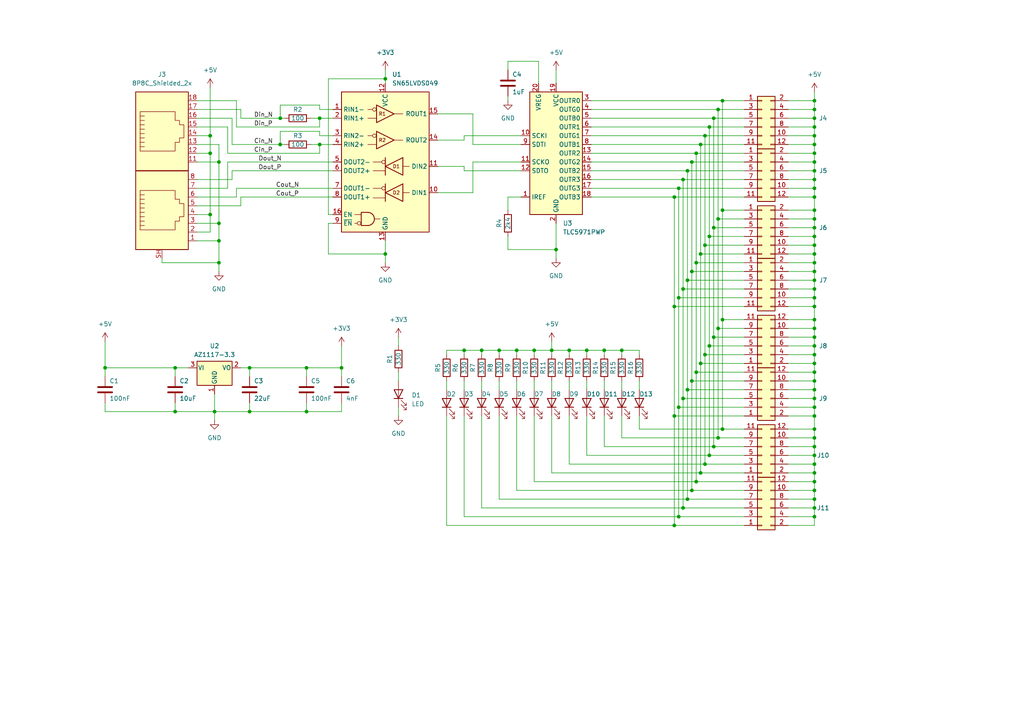
<source format=kicad_sch>
(kicad_sch (version 20230121) (generator eeschema)
  (paper "A4")
  (lib_symbols
    (symbol "Connector_Generic:Conn_02x06_Odd_Even" (pin_names (offset 1.016) hide)
      (property "Reference" "J" (at 1.27 7.62 0))
      (property "Value" "Conn_02x06_Odd_Even" (at 1.27 -10.16 0))
      (symbol "Conn_02x06_Odd_Even_1_1"
        (rectangle (start -1.27 -7.493) (end 0 -7.747) (stroke (width 0.1524)))
        (rectangle (start -1.27 -4.953) (end 0 -5.207) (stroke (width 0.1524)))
        (rectangle (start -1.27 -2.413) (end 0 -2.667) (stroke (width 0.1524)))
        (rectangle (start -1.27 0.127) (end 0 -0.127) (stroke (width 0.1524)))
        (rectangle (start -1.27 2.667) (end 0 2.413) (stroke (width 0.1524)))
        (rectangle (start -1.27 5.207) (end 0 4.953) (stroke (width 0.1524)))
        (rectangle (start -1.27 6.35) (end 3.81 -8.89) (stroke (width 0.254)) (fill (type background)))
        (rectangle (start 3.81 -7.493) (end 2.54 -7.747) (stroke (width 0.1524)))
        (rectangle (start 3.81 -4.953) (end 2.54 -5.207) (stroke (width 0.1524)))
        (rectangle (start 3.81 -2.413) (end 2.54 -2.667) (stroke (width 0.1524)))
        (rectangle (start 3.81 0.127) (end 2.54 -0.127) (stroke (width 0.1524)))
        (rectangle (start 3.81 2.667) (end 2.54 2.413) (stroke (width 0.1524)))
        (rectangle (start 3.81 5.207) (end 2.54 4.953) (stroke (width 0.1524)))
        (pin passive line (at -5.08 5.08 0) (length 3.81) (name "Pin_1") (number "1"))
        (pin passive line (at 7.62 -5.08 180) (length 3.81) (name "Pin_10") (number "10"))
        (pin passive line (at -5.08 -7.62 0) (length 3.81) (name "Pin_11") (number "11"))
        (pin passive line (at 7.62 -7.62 180) (length 3.81) (name "Pin_12") (number "12"))
        (pin passive line (at 7.62 5.08 180) (length 3.81) (name "Pin_2") (number "2"))
        (pin passive line (at -5.08 2.54 0) (length 3.81) (name "Pin_3") (number "3"))
        (pin passive line (at 7.62 2.54 180) (length 3.81) (name "Pin_4") (number "4"))
        (pin passive line (at -5.08 0 0) (length 3.81) (name "Pin_5") (number "5"))
        (pin passive line (at 7.62 0 180) (length 3.81) (name "Pin_6") (number "6"))
        (pin passive line (at -5.08 -2.54 0) (length 3.81) (name "Pin_7") (number "7"))
        (pin passive line (at 7.62 -2.54 180) (length 3.81) (name "Pin_8") (number "8"))
        (pin passive line (at -5.08 -5.08 0) (length 3.81) (name "Pin_9") (number "9"))
      )
    )
    (symbol "Device:C" (pin_numbers hide) (pin_names (offset 0.254))
      (property "Reference" "C" (at 0.635 2.54 0))
      (property "Value" "C" (at 0.635 -2.54 0))
      (symbol "C_0_1"
        (polyline (pts (xy -2.032 -0.762) (xy 2.032 -0.762)) (stroke (width 0.508)))
        (polyline (pts (xy -2.032 0.762) (xy 2.032 0.762)) (stroke (width 0.508)))
      )
      (symbol "C_1_1"
        (pin passive line (at 0 3.81 270) (length 2.794) (name "~") (number "1"))
        (pin passive line (at 0 -3.81 90) (length 2.794) (name "~") (number "2"))
      )
    )
    (symbol "Device:LED" (pin_numbers hide) (pin_names (offset 1.016) hide)
      (property "Reference" "D" (at 0 2.54 0))
      (property "Value" "LED" (at 0 -2.54 0))
      (symbol "LED_0_1"
        (polyline (pts (xy -1.27 -1.27) (xy -1.27 1.27)) (stroke (width 0.254)))
        (polyline (pts (xy -1.27 0) (xy 1.27 0)))
        (polyline (pts (xy 1.27 -1.27) (xy 1.27 1.27) (xy -1.27 0) (xy 1.27 -1.27)) (stroke (width 0.254)))
        (polyline (pts (xy -3.048 -0.762) (xy -4.572 -2.286) (xy -3.81 -2.286) (xy -4.572 -2.286) (xy -4.572 -1.524)))
        (polyline (pts (xy -1.778 -0.762) (xy -3.302 -2.286) (xy -2.54 -2.286) (xy -3.302 -2.286) (xy -3.302 -1.524)))
      )
      (symbol "LED_1_1"
        (pin passive line (at -3.81 0 0) (length 2.54) (name "K") (number "1"))
        (pin passive line (at 3.81 0 180) (length 2.54) (name "A") (number "2"))
      )
    )
    (symbol "Device:R" (pin_numbers hide) (pin_names (offset 0))
      (property "Reference" "R" (at 2.032 0 90))
      (property "Value" "R" (at 0 0 90))
      (symbol "R_0_1"
        (rectangle (start -1.016 -2.54) (end 1.016 2.54) (stroke (width 0.254)))
      )
      (symbol "R_1_1"
        (pin passive line (at 0 3.81 270) (length 1.27) (name "~") (number "1"))
        (pin passive line (at 0 -3.81 90) (length 1.27) (name "~") (number "2"))
      )
    )
    (symbol "Driver_LED:TLC5971PWP"
      (property "Reference" "U" (at 1.27 19.05 0))
      (property "Value" "TLC5971PWP" (at 1.27 -19.05 0))
      (symbol "TLC5971PWP_0_1"
        (rectangle (start -7.62 17.78) (end 7.62 -17.78) (stroke (width 0.254)) (fill (type background)))
        (pin input line (at -10.16 5.08 0) (length 2.54) (name "SCKI") (number "10"))
        (pin open_collector line (at 10.16 0 180) (length 2.54) (name "OUTR2") (number "13"))
        (pin open_collector line (at 10.16 -2.54 180) (length 2.54) (name "OUTG2") (number "14"))
        (pin open_collector line (at 10.16 -5.08 180) (length 2.54) (name "OUTB2") (number "15"))
        (pin open_collector line (at 10.16 -7.62 180) (length 2.54) (name "OUTR3") (number "16"))
        (pin open_collector line (at 10.16 -10.16 180) (length 2.54) (name "OUTG3") (number "17"))
        (pin open_collector line (at 10.16 -12.7 180) (length 2.54) (name "OUTB3") (number "18"))
        (pin power_in line (at 0 20.32 270) (length 2.54) (name "VCC") (number "19"))
        (pin power_in line (at 0 -20.32 90) (length 2.54) (name "GND") (number "2"))
        (pin passive line (at -5.08 20.32 270) (length 2.54) (name "VREG") (number "20"))
        (pin passive line (at 0 -20.32 90) (length 2.54) hide (name "GND") (number "21"))
        (pin open_collector line (at 10.16 15.24 180) (length 2.54) (name "OUTR0") (number "3"))
        (pin open_collector line (at 10.16 12.7 180) (length 2.54) (name "OUTG0") (number "4"))
        (pin open_collector line (at 10.16 10.16 180) (length 2.54) (name "OUTB0") (number "5"))
        (pin open_collector line (at 10.16 7.62 180) (length 2.54) (name "OUTR1") (number "6"))
        (pin open_collector line (at 10.16 5.08 180) (length 2.54) (name "OUTG1") (number "7"))
        (pin open_collector line (at 10.16 2.54 180) (length 2.54) (name "OUTB1") (number "8"))
        (pin input line (at -10.16 2.54 0) (length 2.54) (name "SDTI") (number "9"))
      )
      (symbol "TLC5971PWP_1_1"
        (pin passive line (at -10.16 -12.7 0) (length 2.54) (name "IREF") (number "1"))
        (pin output line (at -10.16 -2.54 0) (length 2.54) (name "SCKO") (number "11"))
        (pin output line (at -10.16 -5.08 0) (length 2.54) (name "SDTO") (number "12"))
      )
    )
    (symbol "My_New_Library:8P8C_Shielded_2x" (pin_names (offset 1.016))
      (property "Reference" "J" (at -5.08 13.97 0))
      (property "Value" "8P8C_Shielded_2x" (at -2.54 15.24 0))
      (symbol "8P8C_Shielded_2x_0_1"
        (rectangle (start -7.62 12.7) (end 7.62 -10.16) (stroke (width 0.254)) (fill (type background)))
        (polyline (pts (xy -5.08 -18.415) (xy -6.35 -18.415)))
        (polyline (pts (xy -5.08 -17.145) (xy -6.35 -17.145)))
        (polyline (pts (xy -5.08 4.445) (xy -6.35 4.445)))
        (polyline (pts (xy -5.08 5.715) (xy -6.35 5.715)))
        (polyline (pts (xy -6.35 -26.035) (xy -5.08 -26.035) (xy -5.08 -26.035)))
        (polyline (pts (xy -6.35 -24.765) (xy -5.08 -24.765) (xy -5.08 -24.765)))
        (polyline (pts (xy -6.35 -23.495) (xy -5.08 -23.495) (xy -5.08 -23.495)))
        (polyline (pts (xy -6.35 -22.225) (xy -5.08 -22.225) (xy -5.08 -22.225)))
        (polyline (pts (xy -6.35 -20.955) (xy -5.08 -20.955) (xy -5.08 -20.955)))
        (polyline (pts (xy -6.35 -3.175) (xy -5.08 -3.175) (xy -5.08 -3.175)))
        (polyline (pts (xy -6.35 -1.905) (xy -5.08 -1.905) (xy -5.08 -1.905)))
        (polyline (pts (xy -6.35 -0.635) (xy -5.08 -0.635) (xy -5.08 -0.635)))
        (polyline (pts (xy -6.35 0.635) (xy -5.08 0.635) (xy -5.08 0.635)))
        (polyline (pts (xy -6.35 1.905) (xy -5.08 1.905) (xy -5.08 1.905)))
        (polyline (pts (xy -5.08 -19.685) (xy -6.35 -19.685) (xy -6.35 -19.685)))
        (polyline (pts (xy -5.08 3.175) (xy -6.35 3.175) (xy -6.35 3.175)))
        (polyline (pts (xy -6.35 -27.305) (xy -6.35 -15.875) (xy 3.81 -15.875) (xy 3.81 -18.415) (xy 5.08 -18.415) (xy 5.08 -19.685) (xy 6.35 -19.685) (xy 6.35 -23.495) (xy 5.08 -23.495) (xy 5.08 -24.765) (xy 3.81 -24.765) (xy 3.81 -27.305) (xy -6.35 -27.305) (xy -6.35 -27.305)))
        (polyline (pts (xy -6.35 -4.445) (xy -6.35 6.985) (xy 3.81 6.985) (xy 3.81 4.445) (xy 5.08 4.445) (xy 5.08 3.175) (xy 6.35 3.175) (xy 6.35 -0.635) (xy 5.08 -0.635) (xy 5.08 -1.905) (xy 3.81 -1.905) (xy 3.81 -4.445) (xy -6.35 -4.445) (xy -6.35 -4.445)))
        (rectangle (start 7.62 -10.16) (end -7.62 -33.02) (stroke (width 0.254)) (fill (type background)))
      )
      (symbol "8P8C_Shielded_2x_1_1"
        (pin passive line (at 10.16 -30.48 180) (length 2.54) (name "~") (number "1"))
        (pin passive line (at 10.16 -7.62 180) (length 2.54) (name "~") (number "11"))
        (pin passive line (at 10.16 -5.08 180) (length 2.54) (name "~") (number "12"))
        (pin passive line (at 10.16 -2.54 180) (length 2.54) (name "~") (number "13"))
        (pin passive line (at 10.16 0 180) (length 2.54) (name "~") (number "14"))
        (pin passive line (at 10.16 2.54 180) (length 2.54) (name "~") (number "15"))
        (pin passive line (at 10.16 5.08 180) (length 2.54) (name "~") (number "16"))
        (pin passive line (at 10.16 7.62 180) (length 2.54) (name "~") (number "17"))
        (pin passive line (at 10.16 10.16 180) (length 2.54) (name "~") (number "18"))
        (pin passive line (at 10.16 -27.94 180) (length 2.54) (name "~") (number "2"))
        (pin passive line (at 10.16 -25.4 180) (length 2.54) (name "~") (number "3"))
        (pin passive line (at 10.16 -22.86 180) (length 2.54) (name "~") (number "4"))
        (pin passive line (at 10.16 -20.32 180) (length 2.54) (name "~") (number "5"))
        (pin passive line (at 10.16 -17.78 180) (length 2.54) (name "~") (number "6"))
        (pin passive line (at 10.16 -15.24 180) (length 2.54) (name "~") (number "7"))
        (pin passive line (at 10.16 -12.7 180) (length 2.54) (name "~") (number "8"))
        (pin passive line (at 0 -35.56 90) (length 2.54) (name "~") (number "SH"))
      )
    )
    (symbol "My_New_Library:SN65LVDS049"
      (property "Reference" "U" (at -12.7 21.59 0))
      (property "Value" "SN65LVDS049" (at 1.27 21.59 0))
      (symbol "SN65LVDS049_0_1"
        (polyline (pts (xy -3.81 7.62) (xy -5.08 7.62)))
        (polyline (pts (xy -3.81 15.24) (xy -5.08 15.24)))
        (polyline (pts (xy -2.54 5.08) (xy -5.08 5.08)))
        (polyline (pts (xy -2.54 12.7) (xy -5.08 12.7)))
        (polyline (pts (xy 2.54 6.35) (xy 5.08 6.35)))
        (polyline (pts (xy 2.54 13.97) (xy 5.08 13.97)))
      )
      (symbol "SN65LVDS049_1_0"
        (rectangle (start -12.7 20.32) (end 12.7 -20.32) (stroke (width 0.254)) (fill (type background)))
        (circle (center -7.62 -17.78) (radius 0.508))
        (circle (center -3.175 7.62) (radius 0.508))
        (circle (center -3.175 15.24) (radius 0.508))
        (circle (center -0.508 -7.62) (radius 0.508))
        (circle (center -0.508 0) (radius 0.508))
        (polyline (pts (xy -3.556 -2.54) (xy 0 -2.54)))
        (polyline (pts (xy -3.048 -16.51) (xy -1.524 -16.51)))
        (polyline (pts (xy -1.016 -7.62) (xy -3.556 -7.62)))
        (polyline (pts (xy -1.016 0) (xy -3.556 0)))
        (polyline (pts (xy 0 -10.414) (xy -3.556 -10.414)))
        (polyline (pts (xy 0 -6.35) (xy 0 -11.43)) (stroke (width 0.254)))
        (polyline (pts (xy 0 1.27) (xy 0 -3.81)) (stroke (width 0.254)))
        (polyline (pts (xy 5.08 -8.89) (xy 6.985 -8.89)))
        (polyline (pts (xy 5.08 -1.27) (xy 6.985 -1.27)))
        (text "D1" (at 3.175 -1.27 0) (effects (font (size 1.016 1.016))))
        (text "D2" (at 3.175 -8.89 0) (effects (font (size 1.016 1.016))))
        (text "R1" (at -0.889 13.97 0) (effects (font (size 1.016 1.016))))
        (text "R2" (at -0.889 6.35 0) (effects (font (size 1.016 1.016))))
      )
      (symbol "SN65LVDS049_1_1"
        (arc (start -5.08 -18.415) (mid -3.1833 -16.51) (end -5.08 -14.605) (stroke (width 0.254)))
        (polyline (pts (xy -8.89 -17.78) (xy -8.128 -17.78)))
        (polyline (pts (xy -8.89 -15.24) (xy -6.985 -15.24)))
        (polyline (pts (xy -5.08 -14.605) (xy -6.985 -14.605) (xy -6.985 -18.415) (xy -5.08 -18.415)) (stroke (width 0.254)))
        (polyline (pts (xy -2.54 8.89) (xy -2.54 3.81) (xy 2.54 6.35) (xy -2.54 8.89)) (stroke (width 0.254)))
        (polyline (pts (xy -2.54 16.51) (xy -2.54 11.43) (xy 2.54 13.97) (xy -2.54 16.51)) (stroke (width 0.254)))
        (polyline (pts (xy 5.08 -6.35) (xy 5.08 -11.43) (xy 0 -8.89) (xy 5.08 -6.35)) (stroke (width 0.254)))
        (polyline (pts (xy 5.08 1.27) (xy 5.08 -3.81) (xy 0 -1.27) (xy 5.08 1.27)) (stroke (width 0.254)))
        (pin input line (at -15.24 15.24 0) (length 2.54) (name "RIN1-") (number "1"))
        (pin input line (at 15.24 -8.89 180) (length 2.54) (name "DIN1") (number "10"))
        (pin input line (at 15.24 -1.27 180) (length 2.54) (name "DIN2") (number "11"))
        (pin power_in line (at 0 22.86 270) (length 2.54) (name "VCC") (number "12"))
        (pin power_in line (at 0 -22.86 90) (length 2.54) (name "GND") (number "13"))
        (pin output line (at 15.24 6.35 180) (length 2.54) (name "ROUT2") (number "14"))
        (pin output line (at 15.24 13.97 180) (length 2.54) (name "ROUT1") (number "15"))
        (pin input line (at -15.24 -15.24 0) (length 2.54) (name "EN") (number "16"))
        (pin input line (at -15.24 12.7 0) (length 2.54) (name "RIN1+") (number "2"))
        (pin input line (at -15.24 7.62 0) (length 2.54) (name "RIN2-") (number "3"))
        (pin input line (at -15.24 5.08 0) (length 2.54) (name "RIN2+") (number "4"))
        (pin output line (at -15.24 0 0) (length 2.54) (name "DOUT2-") (number "5"))
        (pin output line (at -15.24 -2.54 0) (length 2.54) (name "DOUT2+") (number "6"))
        (pin output line (at -15.24 -7.62 0) (length 2.54) (name "DOUT1-") (number "7"))
        (pin output line (at -15.24 -10.16 0) (length 2.54) (name "DOUT1+") (number "8"))
        (pin input line (at -15.24 -17.78 0) (length 2.54) (name "~{EN}") (number "9"))
      )
    )
    (symbol "Regulator_Linear:AZ1117-3.3" (pin_names (offset 0.254))
      (property "Reference" "U" (at -3.81 3.175 0))
      (property "Value" "AZ1117-3.3" (at 0 3.175 0))
      (symbol "AZ1117-3.3_0_1"
        (rectangle (start -5.08 1.905) (end 5.08 -5.08) (stroke (width 0.254)) (fill (type background)))
      )
      (symbol "AZ1117-3.3_1_1"
        (pin power_in line (at 0 -7.62 90) (length 2.54) (name "GND") (number "1"))
        (pin power_out line (at 7.62 0 180) (length 2.54) (name "VO") (number "2"))
        (pin power_in line (at -7.62 0 0) (length 2.54) (name "VI") (number "3"))
      )
    )
    (symbol "power:+3V3" (power) (pin_names (offset 0))
      (property "Value" "+3V3" (at 0 3.556 0))
      (symbol "+3V3_0_1"
        (polyline (pts (xy -0.762 1.27) (xy 0 2.54)))
        (polyline (pts (xy 0 0) (xy 0 2.54)))
        (polyline (pts (xy 0 2.54) (xy 0.762 1.27)))
      )
      (symbol "+3V3_1_1"
        (pin power_in line (at 0 0 90) (length 0) hide (name "+3V3") (number "1"))
      )
    )
    (symbol "power:+5V" (power) (pin_names (offset 0))
      (property "Value" "+5V" (at 0 3.556 0))
      (symbol "+5V_0_1"
        (polyline (pts (xy -0.762 1.27) (xy 0 2.54)))
        (polyline (pts (xy 0 0) (xy 0 2.54)))
        (polyline (pts (xy 0 2.54) (xy 0.762 1.27)))
      )
      (symbol "+5V_1_1"
        (pin power_in line (at 0 0 90) (length 0) hide (name "+5V") (number "1"))
      )
    )
    (symbol "power:GND" (power) (pin_names (offset 0))
      (property "Value" "GND" (at 0 -3.81 0))
      (symbol "GND_0_1"
        (polyline (pts (xy 0 0) (xy 0 -1.27) (xy 1.27 -1.27) (xy 0 -2.54) (xy -1.27 -1.27) (xy 0 -1.27)))
      )
      (symbol "GND_1_1"
        (pin power_in line (at 0 0 270) (length 0) hide (name "GND") (number "1"))
      )
    )
  )
  (junction (at 139.7 101.6))
  (junction (at 60.96 44.45))
  (junction (at 63.5 69.85))
  (junction (at 236.22 88.9))
  (junction (at 236.22 142.24))
  (junction (at 175.26 101.6))
  (junction (at 236.22 44.45))
  (junction (at 236.22 54.61))
  (junction (at 236.22 147.32))
  (junction (at 236.22 36.83))
  (junction (at 92.71 41.91))
  (junction (at 204.47 39.37))
  (junction (at 236.22 39.37))
  (junction (at 195.58 152.4))
  (junction (at 50.8 106.68))
  (junction (at 72.39 106.68))
  (junction (at 236.22 113.03))
  (junction (at 111.76 73.66))
  (junction (at 209.55 124.46))
  (junction (at 236.22 110.49))
  (junction (at 88.9 119.38))
  (junction (at 236.22 129.54))
  (junction (at 161.29 72.39))
  (junction (at 236.22 137.16))
  (junction (at 60.96 39.37))
  (junction (at 50.8 119.38))
  (junction (at 208.28 95.25))
  (junction (at 236.22 105.41))
  (junction (at 205.74 36.83))
  (junction (at 60.96 62.23))
  (junction (at 236.22 63.5))
  (junction (at 236.22 49.53))
  (junction (at 236.22 100.33))
  (junction (at 196.85 86.36))
  (junction (at 201.93 44.45))
  (junction (at 198.12 83.82))
  (junction (at 236.22 29.21))
  (junction (at 236.22 78.74))
  (junction (at 236.22 115.57))
  (junction (at 236.22 52.07))
  (junction (at 236.22 144.78))
  (junction (at 207.01 97.79))
  (junction (at 236.22 60.96))
  (junction (at 236.22 95.25))
  (junction (at 236.22 149.86))
  (junction (at 236.22 66.04))
  (junction (at 207.01 34.29))
  (junction (at 170.18 101.6))
  (junction (at 209.55 92.71))
  (junction (at 144.78 101.6))
  (junction (at 195.58 120.65))
  (junction (at 63.5 64.77))
  (junction (at 63.5 76.2))
  (junction (at 207.01 66.04))
  (junction (at 236.22 86.36))
  (junction (at 154.94 101.6))
  (junction (at 201.93 76.2))
  (junction (at 236.22 92.71))
  (junction (at 236.22 34.29))
  (junction (at 236.22 73.66))
  (junction (at 203.2 41.91))
  (junction (at 236.22 76.2))
  (junction (at 236.22 41.91))
  (junction (at 236.22 71.12))
  (junction (at 198.12 147.32))
  (junction (at 236.22 68.58))
  (junction (at 199.39 113.03))
  (junction (at 198.12 115.57))
  (junction (at 200.66 46.99))
  (junction (at 236.22 107.95))
  (junction (at 208.28 63.5))
  (junction (at 200.66 78.74))
  (junction (at 62.23 119.38))
  (junction (at 236.22 57.15))
  (junction (at 180.34 101.6))
  (junction (at 99.06 106.68))
  (junction (at 196.85 54.61))
  (junction (at 209.55 29.21))
  (junction (at 203.2 105.41))
  (junction (at 196.85 149.86))
  (junction (at 236.22 97.79))
  (junction (at 81.28 34.29))
  (junction (at 199.39 81.28))
  (junction (at 201.93 139.7))
  (junction (at 201.93 107.95))
  (junction (at 236.22 46.99))
  (junction (at 195.58 88.9))
  (junction (at 111.76 22.86))
  (junction (at 204.47 134.62))
  (junction (at 199.39 144.78))
  (junction (at 199.39 49.53))
  (junction (at 160.02 101.6))
  (junction (at 236.22 118.11))
  (junction (at 236.22 102.87))
  (junction (at 200.66 110.49))
  (junction (at 205.74 132.08))
  (junction (at 195.58 57.15))
  (junction (at 236.22 81.28))
  (junction (at 204.47 102.87))
  (junction (at 149.86 101.6))
  (junction (at 205.74 100.33))
  (junction (at 208.28 31.75))
  (junction (at 203.2 73.66))
  (junction (at 236.22 127))
  (junction (at 236.22 31.75))
  (junction (at 198.12 52.07))
  (junction (at 88.9 106.68))
  (junction (at 165.1 101.6))
  (junction (at 209.55 60.96))
  (junction (at 72.39 119.38))
  (junction (at 92.71 34.29))
  (junction (at 236.22 132.08))
  (junction (at 236.22 124.46))
  (junction (at 134.62 101.6))
  (junction (at 208.28 127))
  (junction (at 204.47 71.12))
  (junction (at 236.22 120.65))
  (junction (at 81.28 41.91))
  (junction (at 207.01 129.54))
  (junction (at 236.22 83.82))
  (junction (at 200.66 142.24))
  (junction (at 236.22 134.62))
  (junction (at 196.85 118.11))
  (junction (at 205.74 68.58))
  (junction (at 203.2 137.16))
  (junction (at 30.48 106.68))
  (junction (at 63.5 46.99))
  (junction (at 236.22 139.7))
  (wire (pts (xy 90.17 34.29) (xy 92.71 34.29)))
  (wire (pts (xy 228.6 132.08) (xy 236.22 132.08)))
  (wire (pts (xy 180.34 101.6) (xy 180.34 102.87)))
  (wire (pts (xy 175.26 129.54) (xy 207.01 129.54)))
  (wire (pts (xy 92.71 34.29) (xy 92.71 36.83)))
  (wire (pts (xy 69.85 57.15) (xy 96.52 57.15)))
  (wire (pts (xy 99.06 119.38) (xy 88.9 119.38)))
  (wire (pts (xy 57.15 41.91) (xy 63.5 41.91)))
  (wire (pts (xy 228.6 49.53) (xy 236.22 49.53)))
  (wire (pts (xy 67.31 49.53) (xy 67.31 52.07)))
  (wire (pts (xy 209.55 92.71) (xy 209.55 124.46)))
  (wire (pts (xy 139.7 101.6) (xy 144.78 101.6)))
  (wire (pts (xy 215.9 142.24) (xy 200.66 142.24)))
  (wire (pts (xy 236.22 142.24) (xy 228.6 142.24)))
  (wire (pts (xy 154.94 139.7) (xy 201.93 139.7)))
  (wire (pts (xy 30.48 106.68) (xy 30.48 109.22)))
  (wire (pts (xy 236.22 29.21) (xy 228.6 29.21)))
  (wire (pts (xy 228.6 102.87) (xy 236.22 102.87)))
  (wire (pts (xy 95.25 22.86) (xy 111.76 22.86)))
  (wire (pts (xy 111.76 20.32) (xy 111.76 22.86)))
  (wire (pts (xy 90.17 41.91) (xy 92.71 41.91)))
  (wire (pts (xy 99.06 106.68) (xy 99.06 109.22)))
  (wire (pts (xy 215.9 66.04) (xy 207.01 66.04)))
  (wire (pts (xy 99.06 106.68) (xy 88.9 106.68)))
  (wire (pts (xy 215.9 152.4) (xy 195.58 152.4)))
  (wire (pts (xy 134.62 101.6) (xy 139.7 101.6)))
  (wire (pts (xy 228.6 105.41) (xy 236.22 105.41)))
  (wire (pts (xy 149.86 110.49) (xy 149.86 113.03)))
  (wire (pts (xy 50.8 116.84) (xy 50.8 119.38)))
  (wire (pts (xy 171.45 54.61) (xy 196.85 54.61)))
  (wire (pts (xy 115.57 107.95) (xy 115.57 110.49)))
  (wire (pts (xy 161.29 20.32) (xy 161.29 24.13)))
  (wire (pts (xy 175.26 101.6) (xy 180.34 101.6)))
  (wire (pts (xy 236.22 127) (xy 236.22 124.46)))
  (wire (pts (xy 175.26 101.6) (xy 175.26 102.87)))
  (wire (pts (xy 236.22 46.99) (xy 236.22 44.45)))
  (wire (pts (xy 236.22 113.03) (xy 236.22 110.49)))
  (wire (pts (xy 236.22 149.86) (xy 236.22 152.4)))
  (wire (pts (xy 149.86 142.24) (xy 200.66 142.24)))
  (wire (pts (xy 81.28 41.91) (xy 82.55 41.91)))
  (wire (pts (xy 134.62 48.26) (xy 134.62 49.53)))
  (wire (pts (xy 236.22 115.57) (xy 236.22 113.03)))
  (wire (pts (xy 228.6 127) (xy 236.22 127)))
  (wire (pts (xy 198.12 83.82) (xy 198.12 115.57)))
  (wire (pts (xy 236.22 66.04) (xy 228.6 66.04)))
  (wire (pts (xy 30.48 119.38) (xy 50.8 119.38)))
  (wire (pts (xy 215.9 137.16) (xy 203.2 137.16)))
  (wire (pts (xy 46.99 74.93) (xy 46.99 76.2)))
  (wire (pts (xy 236.22 34.29) (xy 228.6 34.29)))
  (wire (pts (xy 205.74 68.58) (xy 205.74 100.33)))
  (wire (pts (xy 92.71 38.1) (xy 92.71 39.37)))
  (wire (pts (xy 236.22 60.96) (xy 236.22 57.15)))
  (wire (pts (xy 215.9 132.08) (xy 205.74 132.08)))
  (wire (pts (xy 144.78 144.78) (xy 199.39 144.78)))
  (wire (pts (xy 196.85 118.11) (xy 196.85 149.86)))
  (wire (pts (xy 215.9 60.96) (xy 209.55 60.96)))
  (wire (pts (xy 236.22 57.15) (xy 236.22 54.61)))
  (wire (pts (xy 228.6 95.25) (xy 236.22 95.25)))
  (wire (pts (xy 144.78 110.49) (xy 144.78 113.03)))
  (wire (pts (xy 196.85 86.36) (xy 196.85 118.11)))
  (wire (pts (xy 236.22 144.78) (xy 236.22 147.32)))
  (wire (pts (xy 236.22 110.49) (xy 236.22 107.95)))
  (wire (pts (xy 171.45 49.53) (xy 199.39 49.53)))
  (wire (pts (xy 170.18 101.6) (xy 170.18 102.87)))
  (wire (pts (xy 205.74 68.58) (xy 205.74 36.83)))
  (wire (pts (xy 95.25 62.23) (xy 95.25 22.86)))
  (wire (pts (xy 236.22 144.78) (xy 228.6 144.78)))
  (wire (pts (xy 228.6 124.46) (xy 236.22 124.46)))
  (wire (pts (xy 139.7 110.49) (xy 139.7 113.03)))
  (wire (pts (xy 147.32 68.58) (xy 147.32 72.39)))
  (wire (pts (xy 200.66 110.49) (xy 200.66 142.24)))
  (wire (pts (xy 228.6 97.79) (xy 236.22 97.79)))
  (wire (pts (xy 129.54 102.87) (xy 129.54 101.6)))
  (wire (pts (xy 215.9 71.12) (xy 204.47 71.12)))
  (wire (pts (xy 236.22 139.7) (xy 228.6 139.7)))
  (wire (pts (xy 67.31 41.91) (xy 81.28 41.91)))
  (wire (pts (xy 228.6 54.61) (xy 236.22 54.61)))
  (wire (pts (xy 236.22 73.66) (xy 236.22 71.12)))
  (wire (pts (xy 57.15 69.85) (xy 63.5 69.85)))
  (wire (pts (xy 215.9 100.33) (xy 205.74 100.33)))
  (wire (pts (xy 236.22 124.46) (xy 236.22 120.65)))
  (wire (pts (xy 156.21 17.78) (xy 147.32 17.78)))
  (wire (pts (xy 236.22 71.12) (xy 236.22 68.58)))
  (wire (pts (xy 129.54 101.6) (xy 134.62 101.6)))
  (wire (pts (xy 57.15 62.23) (xy 60.96 62.23)))
  (wire (pts (xy 147.32 72.39) (xy 161.29 72.39)))
  (wire (pts (xy 215.9 63.5) (xy 208.28 63.5)))
  (wire (pts (xy 137.16 41.91) (xy 151.13 41.91)))
  (wire (pts (xy 149.86 101.6) (xy 149.86 102.87)))
  (wire (pts (xy 205.74 36.83) (xy 215.9 36.83)))
  (wire (pts (xy 63.5 46.99) (xy 63.5 64.77)))
  (wire (pts (xy 236.22 149.86) (xy 228.6 149.86)))
  (wire (pts (xy 215.9 105.41) (xy 203.2 105.41)))
  (wire (pts (xy 139.7 120.65) (xy 139.7 147.32)))
  (wire (pts (xy 195.58 120.65) (xy 195.58 152.4)))
  (wire (pts (xy 30.48 99.06) (xy 30.48 106.68)))
  (wire (pts (xy 92.71 31.75) (xy 96.52 31.75)))
  (wire (pts (xy 63.5 69.85) (xy 63.5 76.2)))
  (wire (pts (xy 236.22 118.11) (xy 228.6 118.11)))
  (wire (pts (xy 57.15 46.99) (xy 63.5 46.99)))
  (wire (pts (xy 81.28 30.48) (xy 92.71 30.48)))
  (wire (pts (xy 236.22 36.83) (xy 236.22 34.29)))
  (wire (pts (xy 204.47 39.37) (xy 215.9 39.37)))
  (wire (pts (xy 99.06 100.33) (xy 99.06 106.68)))
  (wire (pts (xy 215.9 78.74) (xy 200.66 78.74)))
  (wire (pts (xy 72.39 106.68) (xy 72.39 109.22)))
  (wire (pts (xy 171.45 36.83) (xy 205.74 36.83)))
  (wire (pts (xy 165.1 120.65) (xy 165.1 134.62)))
  (wire (pts (xy 62.23 119.38) (xy 62.23 121.92)))
  (wire (pts (xy 57.15 44.45) (xy 60.96 44.45)))
  (wire (pts (xy 67.31 49.53) (xy 96.52 49.53)))
  (wire (pts (xy 236.22 78.74) (xy 236.22 76.2)))
  (wire (pts (xy 236.22 44.45) (xy 236.22 41.91)))
  (wire (pts (xy 236.22 41.91) (xy 236.22 39.37)))
  (wire (pts (xy 236.22 137.16) (xy 236.22 139.7)))
  (wire (pts (xy 209.55 60.96) (xy 209.55 92.71)))
  (wire (pts (xy 236.22 31.75) (xy 236.22 29.21)))
  (wire (pts (xy 66.04 36.83) (xy 66.04 44.45)))
  (wire (pts (xy 215.9 118.11) (xy 196.85 118.11)))
  (wire (pts (xy 151.13 57.15) (xy 147.32 57.15)))
  (wire (pts (xy 236.22 26.67) (xy 236.22 29.21)))
  (wire (pts (xy 185.42 101.6) (xy 185.42 102.87)))
  (wire (pts (xy 208.28 31.75) (xy 215.9 31.75)))
  (wire (pts (xy 215.9 110.49) (xy 200.66 110.49)))
  (wire (pts (xy 92.71 30.48) (xy 92.71 31.75)))
  (wire (pts (xy 147.32 27.94) (xy 147.32 29.21)))
  (wire (pts (xy 68.58 29.21) (xy 68.58 36.83)))
  (wire (pts (xy 236.22 39.37) (xy 228.6 39.37)))
  (wire (pts (xy 228.6 86.36) (xy 236.22 86.36)))
  (wire (pts (xy 228.6 76.2) (xy 236.22 76.2)))
  (wire (pts (xy 236.22 107.95) (xy 228.6 107.95)))
  (wire (pts (xy 57.15 54.61) (xy 66.04 54.61)))
  (wire (pts (xy 72.39 106.68) (xy 69.85 106.68)))
  (wire (pts (xy 236.22 132.08) (xy 236.22 129.54)))
  (wire (pts (xy 215.9 120.65) (xy 195.58 120.65)))
  (wire (pts (xy 154.94 101.6) (xy 154.94 102.87)))
  (wire (pts (xy 111.76 22.86) (xy 111.76 24.13)))
  (wire (pts (xy 236.22 110.49) (xy 228.6 110.49)))
  (wire (pts (xy 236.22 71.12) (xy 228.6 71.12)))
  (wire (pts (xy 228.6 52.07) (xy 236.22 52.07)))
  (wire (pts (xy 115.57 97.79) (xy 115.57 100.33)))
  (wire (pts (xy 236.22 63.5) (xy 236.22 60.96)))
  (wire (pts (xy 161.29 64.77) (xy 161.29 72.39)))
  (wire (pts (xy 215.9 115.57) (xy 198.12 115.57)))
  (wire (pts (xy 154.94 101.6) (xy 160.02 101.6)))
  (wire (pts (xy 208.28 95.25) (xy 208.28 127)))
  (wire (pts (xy 204.47 71.12) (xy 204.47 102.87)))
  (wire (pts (xy 175.26 120.65) (xy 175.26 129.54)))
  (wire (pts (xy 236.22 88.9) (xy 236.22 92.71)))
  (wire (pts (xy 127 48.26) (xy 134.62 48.26)))
  (wire (pts (xy 236.22 95.25) (xy 236.22 92.71)))
  (wire (pts (xy 203.2 41.91) (xy 215.9 41.91)))
  (wire (pts (xy 215.9 81.28) (xy 199.39 81.28)))
  (wire (pts (xy 30.48 116.84) (xy 30.48 119.38)))
  (wire (pts (xy 236.22 139.7) (xy 236.22 142.24)))
  (wire (pts (xy 134.62 101.6) (xy 134.62 102.87)))
  (wire (pts (xy 236.22 34.29) (xy 236.22 31.75)))
  (wire (pts (xy 236.22 49.53) (xy 236.22 46.99)))
  (wire (pts (xy 88.9 119.38) (xy 72.39 119.38)))
  (wire (pts (xy 236.22 97.79) (xy 236.22 95.25)))
  (wire (pts (xy 147.32 17.78) (xy 147.32 20.32)))
  (wire (pts (xy 200.66 78.74) (xy 200.66 110.49)))
  (wire (pts (xy 236.22 118.11) (xy 236.22 115.57)))
  (wire (pts (xy 171.45 41.91) (xy 203.2 41.91)))
  (wire (pts (xy 228.6 88.9) (xy 236.22 88.9)))
  (wire (pts (xy 81.28 34.29) (xy 81.28 30.48)))
  (wire (pts (xy 171.45 44.45) (xy 201.93 44.45)))
  (wire (pts (xy 180.34 110.49) (xy 180.34 113.03)))
  (wire (pts (xy 236.22 142.24) (xy 236.22 144.78)))
  (wire (pts (xy 215.9 92.71) (xy 209.55 92.71)))
  (wire (pts (xy 139.7 147.32) (xy 198.12 147.32)))
  (wire (pts (xy 160.02 120.65) (xy 160.02 137.16)))
  (wire (pts (xy 57.15 57.15) (xy 68.58 57.15)))
  (wire (pts (xy 111.76 73.66) (xy 111.76 76.2)))
  (wire (pts (xy 236.22 68.58) (xy 236.22 66.04)))
  (wire (pts (xy 171.45 34.29) (xy 207.01 34.29)))
  (wire (pts (xy 200.66 78.74) (xy 200.66 46.99)))
  (wire (pts (xy 115.57 118.11) (xy 115.57 120.65)))
  (wire (pts (xy 46.99 76.2) (xy 63.5 76.2)))
  (wire (pts (xy 139.7 101.6) (xy 139.7 102.87)))
  (wire (pts (xy 215.9 127) (xy 208.28 127)))
  (wire (pts (xy 215.9 76.2) (xy 201.93 76.2)))
  (wire (pts (xy 180.34 120.65) (xy 180.34 127)))
  (wire (pts (xy 236.22 76.2) (xy 236.22 73.66)))
  (wire (pts (xy 201.93 44.45) (xy 215.9 44.45)))
  (wire (pts (xy 228.6 134.62) (xy 236.22 134.62)))
  (wire (pts (xy 66.04 44.45) (xy 92.71 44.45)))
  (wire (pts (xy 196.85 54.61) (xy 215.9 54.61)))
  (wire (pts (xy 151.13 46.99) (xy 137.16 46.99)))
  (wire (pts (xy 228.6 57.15) (xy 236.22 57.15)))
  (wire (pts (xy 60.96 25.4) (xy 60.96 39.37)))
  (wire (pts (xy 209.55 29.21) (xy 215.9 29.21)))
  (wire (pts (xy 195.58 57.15) (xy 215.9 57.15)))
  (wire (pts (xy 215.9 68.58) (xy 205.74 68.58)))
  (wire (pts (xy 236.22 129.54) (xy 236.22 127)))
  (wire (pts (xy 99.06 116.84) (xy 99.06 119.38)))
  (wire (pts (xy 180.34 101.6) (xy 185.42 101.6)))
  (wire (pts (xy 63.5 76.2) (xy 63.5 78.74)))
  (wire (pts (xy 228.6 152.4) (xy 236.22 152.4)))
  (wire (pts (xy 236.22 134.62) (xy 236.22 132.08)))
  (wire (pts (xy 160.02 101.6) (xy 160.02 102.87)))
  (wire (pts (xy 170.18 132.08) (xy 205.74 132.08)))
  (wire (pts (xy 199.39 49.53) (xy 215.9 49.53)))
  (wire (pts (xy 185.42 120.65) (xy 185.42 124.46)))
  (wire (pts (xy 144.78 101.6) (xy 149.86 101.6)))
  (wire (pts (xy 209.55 60.96) (xy 209.55 29.21)))
  (wire (pts (xy 72.39 119.38) (xy 62.23 119.38)))
  (wire (pts (xy 160.02 137.16) (xy 203.2 137.16)))
  (wire (pts (xy 57.15 29.21) (xy 68.58 29.21)))
  (wire (pts (xy 67.31 34.29) (xy 67.31 41.91)))
  (wire (pts (xy 228.6 46.99) (xy 236.22 46.99)))
  (wire (pts (xy 215.9 88.9) (xy 195.58 88.9)))
  (wire (pts (xy 228.6 83.82) (xy 236.22 83.82)))
  (wire (pts (xy 95.25 64.77) (xy 95.25 73.66)))
  (wire (pts (xy 165.1 101.6) (xy 170.18 101.6)))
  (wire (pts (xy 236.22 147.32) (xy 236.22 149.86)))
  (wire (pts (xy 57.15 39.37) (xy 60.96 39.37)))
  (wire (pts (xy 92.71 34.29) (xy 96.52 34.29)))
  (wire (pts (xy 215.9 124.46) (xy 209.55 124.46)))
  (wire (pts (xy 50.8 106.68) (xy 54.61 106.68)))
  (wire (pts (xy 160.02 101.6) (xy 165.1 101.6)))
  (wire (pts (xy 60.96 62.23) (xy 60.96 44.45)))
  (wire (pts (xy 137.16 33.02) (xy 137.16 41.91)))
  (wire (pts (xy 201.93 76.2) (xy 201.93 107.95)))
  (wire (pts (xy 134.62 110.49) (xy 134.62 113.03)))
  (wire (pts (xy 160.02 110.49) (xy 160.02 113.03)))
  (wire (pts (xy 154.94 120.65) (xy 154.94 139.7)))
  (wire (pts (xy 161.29 72.39) (xy 161.29 74.93)))
  (wire (pts (xy 170.18 120.65) (xy 170.18 132.08)))
  (wire (pts (xy 175.26 110.49) (xy 175.26 113.03)))
  (wire (pts (xy 147.32 57.15) (xy 147.32 60.96)))
  (wire (pts (xy 92.71 39.37) (xy 96.52 39.37)))
  (wire (pts (xy 215.9 144.78) (xy 199.39 144.78)))
  (wire (pts (xy 96.52 64.77) (xy 95.25 64.77)))
  (wire (pts (xy 127 40.64) (xy 134.62 40.64)))
  (wire (pts (xy 171.45 57.15) (xy 195.58 57.15)))
  (wire (pts (xy 228.6 129.54) (xy 236.22 129.54)))
  (wire (pts (xy 68.58 54.61) (xy 96.52 54.61)))
  (wire (pts (xy 195.58 88.9) (xy 195.58 57.15)))
  (wire (pts (xy 203.2 105.41) (xy 203.2 137.16)))
  (wire (pts (xy 195.58 88.9) (xy 195.58 120.65)))
  (wire (pts (xy 81.28 34.29) (xy 82.55 34.29)))
  (wire (pts (xy 171.45 46.99) (xy 200.66 46.99)))
  (wire (pts (xy 63.5 41.91) (xy 63.5 46.99)))
  (wire (pts (xy 236.22 73.66) (xy 228.6 73.66)))
  (wire (pts (xy 215.9 107.95) (xy 201.93 107.95)))
  (wire (pts (xy 68.58 57.15) (xy 68.58 54.61)))
  (wire (pts (xy 236.22 31.75) (xy 228.6 31.75)))
  (wire (pts (xy 208.28 63.5) (xy 208.28 31.75)))
  (wire (pts (xy 127 33.02) (xy 137.16 33.02)))
  (wire (pts (xy 171.45 52.07) (xy 198.12 52.07)))
  (wire (pts (xy 149.86 101.6) (xy 154.94 101.6)))
  (wire (pts (xy 129.54 152.4) (xy 195.58 152.4)))
  (wire (pts (xy 57.15 31.75) (xy 69.85 31.75)))
  (wire (pts (xy 236.22 60.96) (xy 228.6 60.96)))
  (wire (pts (xy 228.6 92.71) (xy 236.22 92.71)))
  (wire (pts (xy 215.9 102.87) (xy 204.47 102.87)))
  (wire (pts (xy 236.22 54.61) (xy 236.22 52.07)))
  (wire (pts (xy 200.66 46.99) (xy 215.9 46.99)))
  (wire (pts (xy 236.22 147.32) (xy 228.6 147.32)))
  (wire (pts (xy 236.22 137.16) (xy 236.22 134.62)))
  (wire (pts (xy 66.04 46.99) (xy 66.04 54.61)))
  (wire (pts (xy 236.22 107.95) (xy 236.22 105.41)))
  (wire (pts (xy 236.22 41.91) (xy 228.6 41.91)))
  (wire (pts (xy 60.96 39.37) (xy 60.96 44.45)))
  (wire (pts (xy 236.22 113.03) (xy 228.6 113.03)))
  (wire (pts (xy 236.22 39.37) (xy 236.22 36.83)))
  (wire (pts (xy 198.12 115.57) (xy 198.12 147.32)))
  (wire (pts (xy 134.62 149.86) (xy 196.85 149.86)))
  (wire (pts (xy 199.39 113.03) (xy 199.39 144.78)))
  (wire (pts (xy 215.9 149.86) (xy 196.85 149.86)))
  (wire (pts (xy 215.9 113.03) (xy 199.39 113.03)))
  (wire (pts (xy 92.71 41.91) (xy 92.71 44.45)))
  (wire (pts (xy 215.9 147.32) (xy 198.12 147.32)))
  (wire (pts (xy 165.1 101.6) (xy 165.1 102.87)))
  (wire (pts (xy 68.58 36.83) (xy 92.71 36.83)))
  (wire (pts (xy 228.6 78.74) (xy 236.22 78.74)))
  (wire (pts (xy 60.96 67.31) (xy 60.96 62.23)))
  (wire (pts (xy 198.12 83.82) (xy 198.12 52.07)))
  (wire (pts (xy 201.93 76.2) (xy 201.93 44.45)))
  (wire (pts (xy 160.02 99.06) (xy 160.02 101.6)))
  (wire (pts (xy 149.86 120.65) (xy 149.86 142.24)))
  (wire (pts (xy 156.21 24.13) (xy 156.21 17.78)))
  (wire (pts (xy 171.45 39.37) (xy 204.47 39.37)))
  (wire (pts (xy 57.15 59.69) (xy 69.85 59.69)))
  (wire (pts (xy 95.25 73.66) (xy 111.76 73.66)))
  (wire (pts (xy 228.6 44.45) (xy 236.22 44.45)))
  (wire (pts (xy 57.15 67.31) (xy 60.96 67.31)))
  (wire (pts (xy 236.22 120.65) (xy 228.6 120.65)))
  (wire (pts (xy 151.13 39.37) (xy 134.62 39.37)))
  (wire (pts (xy 63.5 64.77) (xy 63.5 69.85)))
  (wire (pts (xy 171.45 31.75) (xy 208.28 31.75)))
  (wire (pts (xy 203.2 73.66) (xy 203.2 105.41)))
  (wire (pts (xy 201.93 107.95) (xy 201.93 139.7)))
  (wire (pts (xy 215.9 86.36) (xy 196.85 86.36)))
  (wire (pts (xy 236.22 88.9) (xy 236.22 86.36)))
  (wire (pts (xy 208.28 63.5) (xy 208.28 95.25)))
  (wire (pts (xy 134.62 120.65) (xy 134.62 149.86)))
  (wire (pts (xy 92.71 41.91) (xy 96.52 41.91)))
  (wire (pts (xy 215.9 97.79) (xy 207.01 97.79)))
  (wire (pts (xy 81.28 38.1) (xy 92.71 38.1)))
  (wire (pts (xy 88.9 106.68) (xy 72.39 106.68)))
  (wire (pts (xy 228.6 81.28) (xy 236.22 81.28)))
  (wire (pts (xy 165.1 134.62) (xy 204.47 134.62)))
  (wire (pts (xy 154.94 110.49) (xy 154.94 113.03)))
  (wire (pts (xy 88.9 106.68) (xy 88.9 109.22)))
  (wire (pts (xy 236.22 52.07) (xy 236.22 49.53)))
  (wire (pts (xy 137.16 55.88) (xy 127 55.88)))
  (wire (pts (xy 66.04 46.99) (xy 96.52 46.99)))
  (wire (pts (xy 144.78 120.65) (xy 144.78 144.78)))
  (wire (pts (xy 236.22 115.57) (xy 228.6 115.57)))
  (wire (pts (xy 170.18 110.49) (xy 170.18 113.03)))
  (wire (pts (xy 207.01 97.79) (xy 207.01 129.54)))
  (wire (pts (xy 134.62 49.53) (xy 151.13 49.53)))
  (wire (pts (xy 165.1 110.49) (xy 165.1 113.03)))
  (wire (pts (xy 236.22 81.28) (xy 236.22 78.74)))
  (wire (pts (xy 215.9 83.82) (xy 198.12 83.82)))
  (wire (pts (xy 207.01 66.04) (xy 207.01 34.29)))
  (wire (pts (xy 198.12 52.07) (xy 215.9 52.07)))
  (wire (pts (xy 203.2 73.66) (xy 203.2 41.91)))
  (wire (pts (xy 137.16 46.99) (xy 137.16 55.88)))
  (wire (pts (xy 215.9 139.7) (xy 201.93 139.7)))
  (wire (pts (xy 81.28 41.91) (xy 81.28 38.1)))
  (wire (pts (xy 215.9 95.25) (xy 208.28 95.25)))
  (wire (pts (xy 199.39 81.28) (xy 199.39 49.53)))
  (wire (pts (xy 236.22 36.83) (xy 228.6 36.83)))
  (wire (pts (xy 205.74 100.33) (xy 205.74 132.08)))
  (wire (pts (xy 236.22 102.87) (xy 236.22 100.33)))
  (wire (pts (xy 228.6 137.16) (xy 236.22 137.16)))
  (wire (pts (xy 199.39 81.28) (xy 199.39 113.03)))
  (wire (pts (xy 72.39 116.84) (xy 72.39 119.38)))
  (wire (pts (xy 185.42 124.46) (xy 209.55 124.46)))
  (wire (pts (xy 57.15 36.83) (xy 66.04 36.83)))
  (wire (pts (xy 204.47 71.12) (xy 204.47 39.37)))
  (wire (pts (xy 30.48 106.68) (xy 50.8 106.68)))
  (wire (pts (xy 62.23 114.3) (xy 62.23 119.38)))
  (wire (pts (xy 134.62 39.37) (xy 134.62 40.64)))
  (wire (pts (xy 228.6 100.33) (xy 236.22 100.33)))
  (wire (pts (xy 88.9 116.84) (xy 88.9 119.38)))
  (wire (pts (xy 111.76 69.85) (xy 111.76 73.66)))
  (wire (pts (xy 204.47 102.87) (xy 204.47 134.62)))
  (wire (pts (xy 196.85 86.36) (xy 196.85 54.61)))
  (wire (pts (xy 129.54 110.49) (xy 129.54 113.03)))
  (wire (pts (xy 95.25 62.23) (xy 96.52 62.23)))
  (wire (pts (xy 236.22 120.65) (xy 236.22 118.11)))
  (wire (pts (xy 215.9 134.62) (xy 204.47 134.62)))
  (wire (pts (xy 171.45 29.21) (xy 209.55 29.21)))
  (wire (pts (xy 207.01 34.29) (xy 215.9 34.29)))
  (wire (pts (xy 57.15 52.07) (xy 67.31 52.07)))
  (wire (pts (xy 129.54 120.65) (xy 129.54 152.4)))
  (wire (pts (xy 50.8 106.68) (xy 50.8 109.22)))
  (wire (pts (xy 57.15 34.29) (xy 67.31 34.29)))
  (wire (pts (xy 69.85 57.15) (xy 69.85 59.69)))
  (wire (pts (xy 236.22 83.82) (xy 236.22 81.28)))
  (wire (pts (xy 69.85 31.75) (xy 69.85 34.29)))
  (wire (pts (xy 236.22 105.41) (xy 236.22 102.87)))
  (wire (pts (xy 236.22 100.33) (xy 236.22 97.79)))
  (wire (pts (xy 207.01 66.04) (xy 207.01 97.79)))
  (wire (pts (xy 236.22 86.36) (xy 236.22 83.82)))
  (wire (pts (xy 50.8 119.38) (xy 62.23 119.38)))
  (wire (pts (xy 236.22 66.04) (xy 236.22 63.5)))
  (wire (pts (xy 215.9 73.66) (xy 203.2 73.66)))
  (wire (pts (xy 144.78 101.6) (xy 144.78 102.87)))
  (wire (pts (xy 185.42 110.49) (xy 185.42 113.03)))
  (wire (pts (xy 236.22 68.58) (xy 228.6 68.58)))
  (wire (pts (xy 236.22 63.5) (xy 228.6 63.5)))
  (wire (pts (xy 170.18 101.6) (xy 175.26 101.6)))
  (wire (pts (xy 215.9 129.54) (xy 207.01 129.54)))
  (wire (pts (xy 180.34 127) (xy 208.28 127)))
  (wire (pts (xy 57.15 64.77) (xy 63.5 64.77)))
  (wire (pts (xy 69.85 34.29) (xy 81.28 34.29)))
  (label "Dout_N" (at 74.93 46.99 0))
  (label "Din_P" (at 73.66 36.83 0))
  (label "Cout_N" (at 80.01 54.61 0))
  (label "Dout_P" (at 74.93 49.53 0))
  (label "Din_N" (at 73.66 34.29 0))
  (label "Cin_N" (at 73.66 41.91 0))
  (label "Cout_P" (at 80.01 57.15 0))
  (label "Cin_P" (at 73.66 44.45 0))
  (symbol (lib_id "Device:C") (at 72.39 113.03 0) (unit 1)
    (property "Reference" "C3" (at 73.66 110.49 0) (effects (justify left)))
    (property "Value" "22uF" (at 73.66 115.57 0) (effects (justify left)))
    (property "Footprint" "Capacitor_SMD:C_0805_2012Metric" (effects hide))
  )
  (symbol (lib_id "Device:R") (at 149.86 106.68 0) (unit 1)
    (property "Reference" "R9" (at 147.32 106.68 90))
    (property "Value" "330" (at 149.86 106.68 90))
    (property "Footprint" "Resistor_SMD:R_0805_2012Metric" (effects hide))
  )
  (symbol (lib_id "Device:R") (at 147.32 64.77 0) (unit 1)
    (property "Reference" "R4" (at 144.78 64.77 90))
    (property "Value" "2k4" (at 147.32 64.77 90))
    (property "Footprint" "Resistor_SMD:R_0805_2012Metric" (effects hide))
  )
  (symbol (lib_id "Connector_Generic:Conn_02x06_Odd_Even") (at 220.98 66.04 0) (unit 1)
    (property "Reference" "J6" (at 238.76 66.04 0))
    (property "Value" "Conn_02x06_Odd_Even" (effects hide))
    (property "Footprint" "Connector_PinHeader_2.54mm:PinHeader_2x06_P2.54mm_Vertical" (effects hide))
  )
  (symbol (lib_id "power:+3V3") (at 115.57 97.79 0) (unit 1)
    (property "Reference" "#PWR01" (effects hide))
    (property "Value" "+3V3" (at 115.57 92.71 0))
  )
  (symbol (lib_id "power:+3V3") (at 111.76 20.32 0) (unit 1)
    (property "Reference" "#PWR08" (effects hide))
    (property "Value" "+3V3" (at 111.76 15.24 0))
  )
  (symbol (lib_id "Device:R") (at 154.94 106.68 0) (unit 1)
    (property "Reference" "R10" (at 152.4 106.68 90))
    (property "Value" "330" (at 154.94 106.68 90))
    (property "Footprint" "Resistor_SMD:R_0805_2012Metric" (effects hide))
  )
  (symbol (lib_id "Device:R") (at 134.62 106.68 0) (unit 1)
    (property "Reference" "R6" (at 132.08 106.68 90))
    (property "Value" "330" (at 134.62 106.68 90))
    (property "Footprint" "Resistor_SMD:R_0805_2012Metric" (effects hide))
  )
  (symbol (lib_id "power:+5V") (at 161.29 20.32 0) (unit 1)
    (property "Reference" "#PWR013" (effects hide))
    (property "Value" "+5V" (at 161.29 15.24 0))
  )
  (symbol (lib_id "Device:LED") (at 115.57 114.3 90) (unit 1)
    (property "Reference" "D1" (at 119.38 114.6175 90) (effects (justify right)))
    (property "Value" "LED" (at 119.38 117.1575 90) (effects (justify right)))
    (property "Footprint" "LED_SMD:LED_0805_2012Metric" (effects hide))
  )
  (symbol (lib_id "My_New_Library:SN65LVDS049") (at 111.76 46.99 0) (unit 1)
    (property "Reference" "U1" (at 113.7159 21.59 0) (effects (justify left)))
    (property "Value" "SN65LVDS049" (at 113.7159 24.13 0) (effects (justify left)))
    (property "Footprint" "Package_SO:TSSOP-16_4.4x5mm_P0.65mm" (effects hide))
    (property "Datasheet" "http://www.ti.com/lit/ds/symlink/sn65lvds049.pdf" (effects hide))
  )
  (symbol (lib_id "Device:LED") (at 180.34 116.84 90) (unit 1)
    (property "Reference" "D12" (at 180.34 114.3 90) (effects (justify right)))
    (property "Value" "LED" (effects hide))
    (property "Footprint" "LED_SMD:LED_0805_2012Metric" (effects hide))
  )
  (symbol (lib_id "Connector_Generic:Conn_02x06_Odd_Even") (at 220.98 147.32 0) (mirror x) (unit 1)
    (property "Reference" "J11" (at 238.76 147.32 0))
    (property "Value" "Conn_02x06_Odd_Even" (effects hide))
    (property "Footprint" "Connector_PinHeader_2.54mm:PinHeader_2x06_P2.54mm_Vertical" (effects hide))
  )
  (symbol (lib_id "Connector_Generic:Conn_02x06_Odd_Even") (at 220.98 34.29 0) (unit 1)
    (property "Reference" "J4" (at 238.76 34.29 0))
    (property "Value" "Conn_02x06_Odd_Even" (effects hide))
    (property "Footprint" "Connector_PinHeader_2.54mm:PinHeader_2x06_P2.54mm_Vertical" (effects hide))
  )
  (symbol (lib_id "Device:R") (at 180.34 106.68 0) (unit 1)
    (property "Reference" "R15" (at 177.8 106.68 90))
    (property "Value" "330" (at 180.34 106.68 90))
    (property "Footprint" "Resistor_SMD:R_0805_2012Metric" (effects hide))
  )
  (symbol (lib_id "Device:R") (at 139.7 106.68 0) (unit 1)
    (property "Reference" "R7" (at 137.16 106.68 90))
    (property "Value" "330" (at 139.7 106.68 90))
    (property "Footprint" "Resistor_SMD:R_0805_2012Metric" (effects hide))
  )
  (symbol (lib_id "Device:R") (at 160.02 106.68 0) (unit 1)
    (property "Reference" "R11" (at 157.48 106.68 90))
    (property "Value" "330" (at 160.02 106.68 90))
    (property "Footprint" "Resistor_SMD:R_0805_2012Metric" (effects hide))
  )
  (symbol (lib_id "Device:LED") (at 134.62 116.84 90) (unit 1)
    (property "Reference" "D3" (at 134.62 114.3 90) (effects (justify right)))
    (property "Value" "LED" (effects hide))
    (property "Footprint" "LED_SMD:LED_0805_2012Metric" (effects hide))
  )
  (symbol (lib_id "power:+5V") (at 160.02 99.06 0) (unit 1)
    (property "Reference" "#PWR04" (effects hide))
    (property "Value" "+5V" (at 160.02 93.98 0))
  )
  (symbol (lib_id "Connector_Generic:Conn_02x06_Odd_Even") (at 220.98 81.28 0) (unit 1)
    (property "Reference" "J7" (at 238.76 81.28 0))
    (property "Value" "Conn_02x06_Odd_Even" (effects hide))
    (property "Footprint" "Connector_PinHeader_2.54mm:PinHeader_2x06_P2.54mm_Vertical" (effects hide))
  )
  (symbol (lib_id "Connector_Generic:Conn_02x06_Odd_Even") (at 220.98 132.08 0) (mirror x) (unit 1)
    (property "Reference" "J10" (at 238.76 132.08 0))
    (property "Value" "Conn_02x06_Odd_Even" (effects hide))
    (property "Footprint" "Connector_PinHeader_2.54mm:PinHeader_2x06_P2.54mm_Vertical" (effects hide))
  )
  (symbol (lib_id "Device:C") (at 88.9 113.03 0) (unit 1)
    (property "Reference" "C5" (at 90.17 110.49 0) (effects (justify left)))
    (property "Value" "100nF" (at 90.17 115.57 0) (effects (justify left)))
    (property "Footprint" "Capacitor_SMD:C_0805_2012Metric" (effects hide))
  )
  (symbol (lib_id "Device:LED") (at 139.7 116.84 90) (unit 1)
    (property "Reference" "D4" (at 139.7 114.3 90) (effects (justify right)))
    (property "Value" "LED" (effects hide))
    (property "Footprint" "LED_SMD:LED_0805_2012Metric" (effects hide))
  )
  (symbol (lib_id "Device:C") (at 30.48 113.03 0) (unit 1)
    (property "Reference" "C1" (at 31.75 110.49 0) (effects (justify left)))
    (property "Value" "100nF" (at 31.75 115.57 0) (effects (justify left)))
    (property "Footprint" "Capacitor_SMD:C_0805_2012Metric" (effects hide))
  )
  (symbol (lib_id "power:+5V") (at 236.22 26.67 0) (unit 1)
    (property "Reference" "#PWR015" (effects hide))
    (property "Value" "+5V" (at 236.22 21.59 0))
  )
  (symbol (lib_id "power:GND") (at 147.32 29.21 0) (unit 1)
    (property "Reference" "#PWR011" (effects hide))
    (property "Value" "GND" (at 147.32 34.29 0))
  )
  (symbol (lib_id "Regulator_Linear:AZ1117-3.3") (at 62.23 106.68 0) (unit 1)
    (property "Reference" "U2" (at 62.23 100.33 0))
    (property "Value" "AZ1117-3.3" (at 62.23 102.87 0))
    (property "Footprint" "Package_TO_SOT_SMD:SOT-223-3_TabPin2" (effects hide))
    (property "Datasheet" "https://www.diodes.com/assets/Datasheets/AZ1117.pdf" (effects hide))
  )
  (symbol (lib_id "Device:R") (at 115.57 104.14 0) (unit 1)
    (property "Reference" "R1" (at 113.03 104.14 90))
    (property "Value" "330" (at 115.57 104.14 90))
    (property "Footprint" "Resistor_SMD:R_0805_2012Metric" (effects hide))
  )
  (symbol (lib_id "Device:LED") (at 154.94 116.84 90) (unit 1)
    (property "Reference" "D7" (at 154.94 114.3 90) (effects (justify right)))
    (property "Value" "LED" (effects hide))
    (property "Footprint" "LED_SMD:LED_0805_2012Metric" (effects hide))
  )
  (symbol (lib_id "Connector_Generic:Conn_02x06_Odd_Even") (at 220.98 100.33 0) (mirror x) (unit 1)
    (property "Reference" "J8" (at 238.76 100.33 0))
    (property "Value" "Conn_02x06_Odd_Even" (effects hide))
    (property "Footprint" "Connector_PinHeader_2.54mm:PinHeader_2x06_P2.54mm_Vertical" (effects hide))
  )
  (symbol (lib_id "power:GND") (at 63.5 78.74 0) (unit 1)
    (property "Reference" "#PWR05" (effects hide))
    (property "Value" "GND" (at 63.5 83.82 0))
  )
  (symbol (lib_id "Driver_LED:TLC5971PWP") (at 161.29 44.45 0) (unit 1)
    (property "Reference" "U3" (at 163.2459 64.77 0) (effects (justify left)))
    (property "Value" "TLC5971PWP" (at 163.2459 67.31 0) (effects (justify left)))
    (property "Footprint" "Package_SO:HTSSOP-20-1EP_4.4x6.5mm_P0.65mm_EP3.4x6.5mm_Mask2.75x3.43mm_ThermalVias" (effects hide))
    (property "Datasheet" "http://www.ti.com/lit/ds/symlink/tlc5971.pdf" (effects hide))
  )
  (symbol (lib_id "Device:R") (at 175.26 106.68 0) (unit 1)
    (property "Reference" "R14" (at 172.72 106.68 90))
    (property "Value" "330" (at 175.26 106.68 90))
    (property "Footprint" "Resistor_SMD:R_0805_2012Metric" (effects hide))
  )
  (symbol (lib_id "Device:R") (at 86.36 34.29 270) (unit 1)
    (property "Reference" "R2" (at 86.36 31.75 90))
    (property "Value" "100" (at 86.36 34.29 90))
    (property "Footprint" "Resistor_SMD:R_0805_2012Metric" (effects hide))
  )
  (symbol (lib_id "Connector_Generic:Conn_02x06_Odd_Even") (at 220.98 115.57 0) (mirror x) (unit 1)
    (property "Reference" "J9" (at 238.76 115.57 0))
    (property "Value" "Conn_02x06_Odd_Even" (effects hide))
    (property "Footprint" "Connector_PinHeader_2.54mm:PinHeader_2x06_P2.54mm_Vertical" (effects hide))
  )
  (symbol (lib_id "Device:LED") (at 185.42 116.84 90) (unit 1)
    (property "Reference" "D13" (at 185.42 114.3 90) (effects (justify right)))
    (property "Value" "LED" (effects hide))
    (property "Footprint" "LED_SMD:LED_0805_2012Metric" (effects hide))
  )
  (symbol (lib_id "My_New_Library:8P8C_Shielded_2x") (at 46.99 39.37 0) (unit 1)
    (property "Reference" "J3" (at 46.99 21.59 0))
    (property "Value" "8P8C_Shielded_2x" (at 46.99 24.13 0))
    (property "Footprint" "My_Footprints:RJ45_2x" (effects hide))
  )
  (symbol (lib_id "Device:R") (at 170.18 106.68 0) (unit 1)
    (property "Reference" "R13" (at 167.64 106.68 90))
    (property "Value" "330" (at 170.18 106.68 90))
    (property "Footprint" "Resistor_SMD:R_0805_2012Metric" (effects hide))
  )
  (symbol (lib_id "Device:R") (at 86.36 41.91 270) (unit 1)
    (property "Reference" "R3" (at 86.36 39.37 90))
    (property "Value" "100" (at 86.36 41.91 90))
    (property "Footprint" "Resistor_SMD:R_0805_2012Metric" (effects hide))
  )
  (symbol (lib_id "Device:LED") (at 149.86 116.84 90) (unit 1)
    (property "Reference" "D6" (at 149.86 114.3 90) (effects (justify right)))
    (property "Value" "LED" (effects hide))
    (property "Footprint" "LED_SMD:LED_0805_2012Metric" (effects hide))
  )
  (symbol (lib_id "power:GND") (at 115.57 120.65 0) (unit 1)
    (property "Reference" "#PWR02" (effects hide))
    (property "Value" "GND" (at 115.57 125.73 0))
  )
  (symbol (lib_id "power:GND") (at 161.29 74.93 0) (unit 1)
    (property "Reference" "#PWR014" (effects hide))
    (property "Value" "GND" (at 161.29 80.01 0))
  )
  (symbol (lib_id "power:GND") (at 62.23 121.92 0) (unit 1)
    (property "Reference" "#PWR010" (effects hide))
    (property "Value" "GND" (at 62.23 127 0))
  )
  (symbol (lib_id "Device:LED") (at 144.78 116.84 90) (unit 1)
    (property "Reference" "D5" (at 144.78 114.3 90) (effects (justify right)))
    (property "Value" "LED" (effects hide))
    (property "Footprint" "LED_SMD:LED_0805_2012Metric" (effects hide))
  )
  (symbol (lib_id "Device:C") (at 99.06 113.03 0) (unit 1)
    (property "Reference" "C6" (at 100.33 110.49 0) (effects (justify left)))
    (property "Value" "4nF" (at 100.33 115.57 0) (effects (justify left)))
    (property "Footprint" "Capacitor_SMD:C_0805_2012Metric" (effects hide))
  )
  (symbol (lib_id "Device:LED") (at 160.02 116.84 90) (unit 1)
    (property "Reference" "D8" (at 160.02 114.3 90) (effects (justify right)))
    (property "Value" "LED" (effects hide))
    (property "Footprint" "LED_SMD:LED_0805_2012Metric" (effects hide))
  )
  (symbol (lib_id "power:GND") (at 111.76 76.2 0) (unit 1)
    (property "Reference" "#PWR09" (effects hide))
    (property "Value" "GND" (at 111.76 81.28 0))
  )
  (symbol (lib_id "Device:C") (at 147.32 24.13 0) (unit 1)
    (property "Reference" "C4" (at 148.59 21.59 0) (effects (justify left)))
    (property "Value" "1uF" (at 148.59 26.67 0) (effects (justify left)))
    (property "Footprint" "Capacitor_SMD:C_0805_2012Metric" (effects hide))
  )
  (symbol (lib_id "Device:LED") (at 165.1 116.84 90) (unit 1)
    (property "Reference" "D9" (at 165.1 114.3 90) (effects (justify right)))
    (property "Value" "LED" (effects hide))
    (property "Footprint" "LED_SMD:LED_0805_2012Metric" (effects hide))
  )
  (symbol (lib_id "Connector_Generic:Conn_02x06_Odd_Even") (at 220.98 49.53 0) (unit 1)
    (property "Reference" "J5" (at 238.76 49.53 0))
    (property "Value" "Conn_02x06_Odd_Even" (effects hide))
    (property "Footprint" "Connector_PinHeader_2.54mm:PinHeader_2x06_P2.54mm_Vertical" (effects hide))
  )
  (symbol (lib_id "Device:LED") (at 175.26 116.84 90) (unit 1)
    (property "Reference" "D11" (at 175.26 114.3 90) (effects (justify right)))
    (property "Value" "LED" (effects hide))
    (property "Footprint" "LED_SMD:LED_0805_2012Metric" (effects hide))
  )
  (symbol (lib_id "power:+5V") (at 60.96 25.4 0) (unit 1)
    (property "Reference" "#PWR03" (effects hide))
    (property "Value" "+5V" (at 60.96 20.32 0))
  )
  (symbol (lib_id "Device:LED") (at 170.18 116.84 90) (unit 1)
    (property "Reference" "D10" (at 170.18 114.3 90) (effects (justify right)))
    (property "Value" "LED" (effects hide))
    (property "Footprint" "LED_SMD:LED_0805_2012Metric" (effects hide))
  )
  (symbol (lib_id "Device:R") (at 185.42 106.68 0) (unit 1)
    (property "Reference" "R16" (at 182.88 106.68 90))
    (property "Value" "330" (at 185.42 106.68 90))
    (property "Footprint" "Resistor_SMD:R_0805_2012Metric" (effects hide))
  )
  (symbol (lib_id "power:+5V") (at 30.48 99.06 0) (unit 1)
    (property "Reference" "#PWR07" (effects hide))
    (property "Value" "+5V" (at 30.48 93.98 0))
  )
  (symbol (lib_id "Device:C") (at 50.8 113.03 0) (unit 1)
    (property "Reference" "C2" (at 52.07 110.49 0) (effects (justify left)))
    (property "Value" "10uF" (at 52.07 115.57 0) (effects (justify left)))
    (property "Footprint" "Capacitor_SMD:C_0805_2012Metric" (effects hide))
  )
  (symbol (lib_id "Device:LED") (at 129.54 116.84 90) (unit 1)
    (property "Reference" "D2" (at 129.54 114.3 90) (effects (justify right)))
    (property "Value" "LED" (effects hide))
    (property "Footprint" "LED_SMD:LED_0805_2012Metric" (effects hide))
  )
  (symbol (lib_id "Device:R") (at 129.54 106.68 0) (unit 1)
    (property "Reference" "R5" (at 127 106.68 90))
    (property "Value" "330" (at 129.54 106.68 90))
    (property "Footprint" "Resistor_SMD:R_0805_2012Metric" (effects hide))
  )
  (symbol (lib_id "Device:R") (at 144.78 106.68 0) (unit 1)
    (property "Reference" "R8" (at 142.24 106.68 90))
    (property "Value" "330" (at 144.78 106.68 90))
    (property "Footprint" "Resistor_SMD:R_0805_2012Metric" (effects hide))
  )
  (symbol (lib_id "power:+3V3") (at 99.06 100.33 0) (unit 1)
    (property "Reference" "#PWR012" (effects hide))
    (property "Value" "+3V3" (at 99.06 95.25 0))
  )
  (symbol (lib_id "Device:R") (at 165.1 106.68 0) (unit 1)
    (property "Reference" "R12" (at 162.56 106.68 90))
    (property "Value" "330" (at 165.1 106.68 90))
    (property "Footprint" "Resistor_SMD:R_0805_2012Metric" (effects hide))
  )
)
</source>
